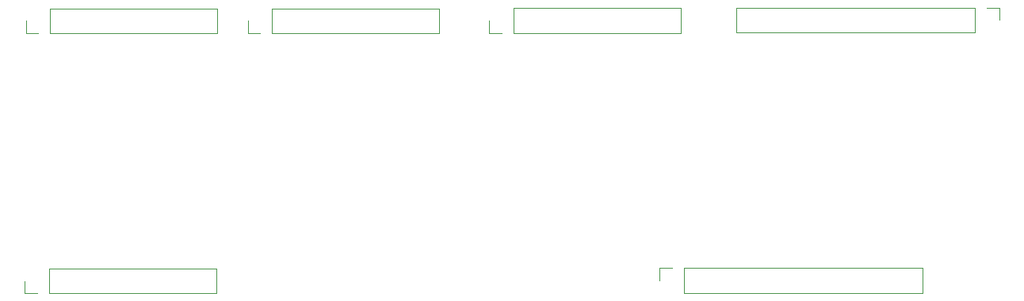
<source format=gbr>
%TF.GenerationSoftware,KiCad,Pcbnew,(6.0.0-0)*%
%TF.CreationDate,2022-01-19T10:51:19-05:00*%
%TF.ProjectId,Control_and_Output,436f6e74-726f-46c5-9f61-6e645f4f7574,rev?*%
%TF.SameCoordinates,Original*%
%TF.FileFunction,Legend,Bot*%
%TF.FilePolarity,Positive*%
%FSLAX46Y46*%
G04 Gerber Fmt 4.6, Leading zero omitted, Abs format (unit mm)*
G04 Created by KiCad (PCBNEW (6.0.0-0)) date 2022-01-19 10:51:19*
%MOMM*%
%LPD*%
G01*
G04 APERTURE LIST*
%ADD10C,0.120000*%
G04 APERTURE END LIST*
D10*
%TO.C,J3*%
X164084000Y-116520000D02*
X162754000Y-116520000D01*
X162754000Y-116520000D02*
X162754000Y-117850000D01*
X165354000Y-116520000D02*
X190814000Y-116520000D01*
X165354000Y-119180000D02*
X190814000Y-119180000D01*
X165354000Y-116520000D02*
X165354000Y-119180000D01*
X190814000Y-116520000D02*
X190814000Y-119180000D01*
%TO.C,J5*%
X196420000Y-88595000D02*
X170960000Y-88595000D01*
X199020000Y-89925000D02*
X199020000Y-88595000D01*
X196420000Y-91255000D02*
X170960000Y-91255000D01*
X196420000Y-91255000D02*
X196420000Y-88595000D01*
X199020000Y-88595000D02*
X197690000Y-88595000D01*
X170960000Y-91255000D02*
X170960000Y-88595000D01*
%TO.C,J1*%
X97625000Y-88670000D02*
X97625000Y-91330000D01*
X97625000Y-88670000D02*
X115465000Y-88670000D01*
X115465000Y-88670000D02*
X115465000Y-91330000D01*
X95025000Y-90000000D02*
X95025000Y-91330000D01*
X95025000Y-91330000D02*
X96355000Y-91330000D01*
X97625000Y-91330000D02*
X115465000Y-91330000D01*
%TO.C,J4*%
X144525000Y-91310000D02*
X145855000Y-91310000D01*
X147125000Y-91310000D02*
X164965000Y-91310000D01*
X164965000Y-88650000D02*
X164965000Y-91310000D01*
X144525000Y-89980000D02*
X144525000Y-91310000D01*
X147125000Y-88650000D02*
X164965000Y-88650000D01*
X147125000Y-88650000D02*
X147125000Y-91310000D01*
%TO.C,J2*%
X118745000Y-91330000D02*
X120075000Y-91330000D01*
X121345000Y-88670000D02*
X139185000Y-88670000D01*
X139185000Y-88670000D02*
X139185000Y-91330000D01*
X121345000Y-91330000D02*
X139185000Y-91330000D01*
X121345000Y-88670000D02*
X121345000Y-91330000D01*
X118745000Y-90000000D02*
X118745000Y-91330000D01*
%TO.C,J6*%
X115376000Y-116545000D02*
X115376000Y-119205000D01*
X97536000Y-116545000D02*
X115376000Y-116545000D01*
X97536000Y-119205000D02*
X115376000Y-119205000D01*
X94936000Y-119205000D02*
X96266000Y-119205000D01*
X97536000Y-116545000D02*
X97536000Y-119205000D01*
X94936000Y-117875000D02*
X94936000Y-119205000D01*
%TD*%
M02*

</source>
